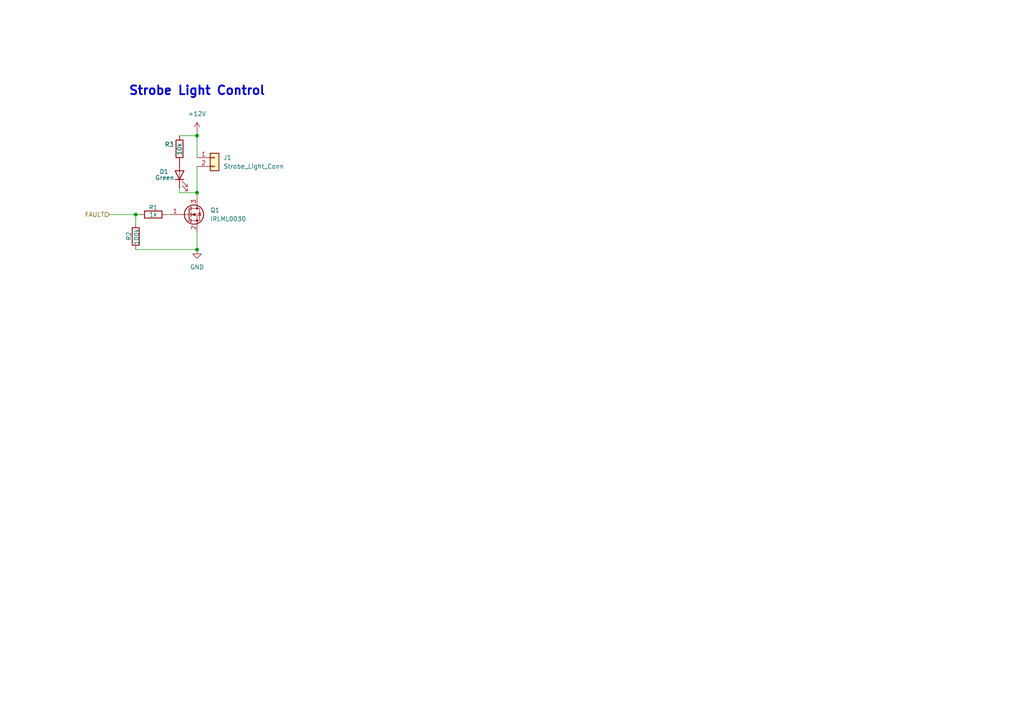
<source format=kicad_sch>
(kicad_sch (version 20231120) (generator "eeschema") (generator_version "8.0")
  (paper "A4")
  (lib_symbols
    (symbol "Connector_Generic:Conn_01x02" (pin_names (offset 1.016) hide)
      (property "Reference" "J" (at 0 2.54 0))
      (property "Value" "Conn_01x02" (at 0 -5.08 0))
      (symbol "Conn_01x02_1_1"
        (rectangle (start -1.27 -2.413) (end 0 -2.667) (stroke (width 0.1524)))
        (rectangle (start -1.27 0.127) (end 0 -0.127) (stroke (width 0.1524)))
        (rectangle (start -1.27 1.27) (end 1.27 -3.81) (stroke (width 0.254)) (fill (type background)))
        (pin passive line (at -5.08 0 0) (length 3.81) (name "Pin_1") (number "1"))
        (pin passive line (at -5.08 -2.54 0) (length 3.81) (name "Pin_2") (number "2"))
      )
    )
    (symbol "Device:LED" (pin_numbers hide) (pin_names (offset 1.016) hide)
      (property "Reference" "D" (at 0 2.54 0))
      (property "Value" "LED" (at 0 -2.54 0))
      (symbol "LED_0_1"
        (polyline (pts (xy -1.27 -1.27) (xy -1.27 1.27)) (stroke (width 0.254)))
        (polyline (pts (xy -1.27 0) (xy 1.27 0)))
        (polyline (pts (xy 1.27 -1.27) (xy 1.27 1.27) (xy -1.27 0) (xy 1.27 -1.27)) (stroke (width 0.254)))
        (polyline (pts (xy -3.048 -0.762) (xy -4.572 -2.286) (xy -3.81 -2.286) (xy -4.572 -2.286) (xy -4.572 -1.524)))
        (polyline (pts (xy -1.778 -0.762) (xy -3.302 -2.286) (xy -2.54 -2.286) (xy -3.302 -2.286) (xy -3.302 -1.524)))
      )
      (symbol "LED_1_1"
        (pin passive line (at -3.81 0 0) (length 2.54) (name "K") (number "1"))
        (pin passive line (at 3.81 0 180) (length 2.54) (name "A") (number "2"))
      )
    )
    (symbol "Device:R" (pin_numbers hide) (pin_names (offset 0))
      (property "Reference" "R" (at 2.032 0 90))
      (property "Value" "R" (at 0 0 90))
      (symbol "R_0_1"
        (rectangle (start -1.016 -2.54) (end 1.016 2.54) (stroke (width 0.254)))
      )
      (symbol "R_1_1"
        (pin passive line (at 0 3.81 270) (length 1.27) (name "~") (number "1"))
        (pin passive line (at 0 -3.81 90) (length 1.27) (name "~") (number "2"))
      )
    )
    (symbol "Transistor_FET:IRLML0030" (pin_names hide)
      (property "Reference" "Q" (at 5.08 1.905 0))
      (property "Value" "IRLML0030" (at 5.08 0 0))
      (symbol "IRLML0030_0_1"
        (polyline (pts (xy 0.254 0) (xy -2.54 0)))
        (polyline (pts (xy 0.254 1.905) (xy 0.254 -1.905)) (stroke (width 0.254)))
        (polyline (pts (xy 0.762 -1.27) (xy 0.762 -2.286)) (stroke (width 0.254)))
        (polyline (pts (xy 0.762 0.508) (xy 0.762 -0.508)) (stroke (width 0.254)))
        (polyline (pts (xy 0.762 2.286) (xy 0.762 1.27)) (stroke (width 0.254)))
        (polyline (pts (xy 2.54 2.54) (xy 2.54 1.778)))
        (polyline (pts (xy 2.54 -2.54) (xy 2.54 0) (xy 0.762 0)))
        (polyline (pts (xy 0.762 -1.778) (xy 3.302 -1.778) (xy 3.302 1.778) (xy 0.762 1.778)))
        (polyline (pts (xy 1.016 0) (xy 2.032 0.381) (xy 2.032 -0.381) (xy 1.016 0)) (fill (type outline)))
        (polyline (pts (xy 2.794 0.508) (xy 2.921 0.381) (xy 3.683 0.381) (xy 3.81 0.254)))
        (polyline (pts (xy 3.302 0.381) (xy 2.921 -0.254) (xy 3.683 -0.254) (xy 3.302 0.381)))
        (circle (center 1.651 0) (radius 2.794) (stroke (width 0.254)))
        (circle (center 2.54 -1.778) (radius 0.254) (fill (type outline)))
        (circle (center 2.54 1.778) (radius 0.254) (fill (type outline)))
      )
      (symbol "IRLML0030_1_1"
        (pin input line (at -5.08 0 0) (length 2.54) (name "G") (number "1"))
        (pin passive line (at 2.54 -5.08 90) (length 2.54) (name "S") (number "2"))
        (pin passive line (at 2.54 5.08 270) (length 2.54) (name "D") (number "3"))
      )
    )
    (symbol "power:+12V" (power) (pin_numbers hide) (pin_names (offset 0) hide)
      (property "Value" "+12V" (at 0 3.556 0))
      (symbol "+12V_0_1"
        (polyline (pts (xy -0.762 1.27) (xy 0 2.54)))
        (polyline (pts (xy 0 0) (xy 0 2.54)))
        (polyline (pts (xy 0 2.54) (xy 0.762 1.27)))
      )
      (symbol "+12V_1_1"
        (pin power_in line (at 0 0 90) (length 0) (name "~") (number "1"))
      )
    )
    (symbol "power:GND" (power) (pin_numbers hide) (pin_names (offset 0) hide)
      (property "Value" "GND" (at 0 -3.81 0))
      (symbol "GND_0_1"
        (polyline (pts (xy 0 0) (xy 0 -1.27) (xy 1.27 -1.27) (xy 0 -2.54) (xy -1.27 -1.27) (xy 0 -1.27)))
      )
      (symbol "GND_1_1"
        (pin power_in line (at 0 0 270) (length 0) (name "~") (number "1"))
      )
    )
  )
  (junction (at 57.15 39.37))
  (junction (at 57.15 72.39))
  (junction (at 57.15 55.88))
  (junction (at 39.37 62.23))
  (wire (pts (xy 31.75 62.23) (xy 39.37 62.23)))
  (wire (pts (xy 57.15 55.88) (xy 57.15 57.15)))
  (wire (pts (xy 57.15 67.31) (xy 57.15 72.39)))
  (wire (pts (xy 52.07 55.88) (xy 52.07 54.61)))
  (wire (pts (xy 40.64 62.23) (xy 39.37 62.23)))
  (wire (pts (xy 57.15 45.72) (xy 57.15 39.37)))
  (wire (pts (xy 57.15 38.1) (xy 57.15 39.37)))
  (wire (pts (xy 49.53 62.23) (xy 48.26 62.23)))
  (wire (pts (xy 39.37 72.39) (xy 57.15 72.39)))
  (wire (pts (xy 57.15 39.37) (xy 52.07 39.37)))
  (wire (pts (xy 57.15 55.88) (xy 52.07 55.88)))
  (wire (pts (xy 39.37 62.23) (xy 39.37 64.77)))
  (wire (pts (xy 57.15 48.26) (xy 57.15 55.88)))
  (text "Strobe Light Control\n" (at 57.15 26.416 0) (effects (font (size 2.54 2.54) (thickness 0.508) (bold yes))))
  (hierarchical_label "FAULT" (shape input) (at 31.75 62.23 180))
  (symbol (lib_id "Device:R") (at 39.37 68.58 0) (unit 1)
    (property "Reference" "R2" (at 37.338 69.85 90) (effects (justify left)))
    (property "Value" "100k" (at 39.624 71.12 90) (effects (justify left)))
    (property "Description" "Resistor" (effects (hide yes)))
  )
  (symbol (lib_id "Device:R") (at 44.45 62.23 90) (unit 1)
    (property "Reference" "R1" (at 44.45 60.198 90))
    (property "Value" "1k" (at 44.45 62.23 90))
    (property "Description" "Resistor" (effects (hide yes)))
  )
  (symbol (lib_id "power:GND") (at 57.15 72.39 0) (unit 1)
    (property "Reference" "#PWR01" (effects (hide yes)))
    (property "Value" "GND" (at 57.15 77.47 0))
    (property "Description" "Power symbol creates a global label with name \"GND\" , ground" (effects (hide yes)))
  )
  (symbol (lib_id "Transistor_FET:IRLML0030") (at 54.61 62.23 0) (unit 1)
    (property "Reference" "Q1" (at 60.96 60.9599 0) (effects (justify left)))
    (property "Value" "IRLML0030" (at 60.96 63.4999 0) (effects (justify left)))
    (property "Footprint" "Package_TO_SOT_SMD:SOT-23" (effects (hide yes)))
    (property "Datasheet" "https://www.infineon.com/dgdl/irlml0030pbf.pdf?fileId=5546d462533600a401535664773825df" (effects (hide yes)))
    (property "Description" "5.3A Id, 30V Vds, 27mOhm Rds, N-Channel HEXFET Power MOSFET, SOT-23" (effects (hide yes)))
  )
  (symbol (lib_id "Connector_Generic:Conn_01x02") (at 62.23 45.72 0) (unit 1)
    (property "Reference" "J1" (at 64.77 45.7199 0) (effects (justify left)))
    (property "Value" "Strobe_Light_Conn" (at 64.77 48.2599 0) (effects (justify left)))
    (property "Description" "Generic connector, single row, 01x02, script generated (kicad-library-utils/schlib/autogen/connector/)" (effects (hide yes)))
  )
  (symbol (lib_id "power:+12V") (at 57.15 38.1 0) (unit 1)
    (property "Reference" "#PWR02" (effects (hide yes)))
    (property "Value" "+12V" (at 57.15 33.02 0))
    (property "Description" "Power symbol creates a global label with name \"+12V\"" (effects (hide yes)))
  )
  (symbol (lib_id "Device:LED") (at 52.07 50.8 90) (unit 1)
    (property "Reference" "D1" (at 46.228 49.784 90) (effects (justify right)))
    (property "Value" "Green" (at 44.958 51.562 90) (effects (justify right)))
    (property "Description" "Light emitting diode" (effects (hide yes)))
  )
  (symbol (lib_id "Device:R") (at 52.07 43.18 0) (mirror y) (unit 1)
    (property "Reference" "R3" (at 47.752 41.91 0) (effects (justify right)))
    (property "Value" "10k" (at 52.07 41.402 90) (effects (justify right)))
    (property "Description" "Resistor" (effects (hide yes)))
  )
)
</source>
